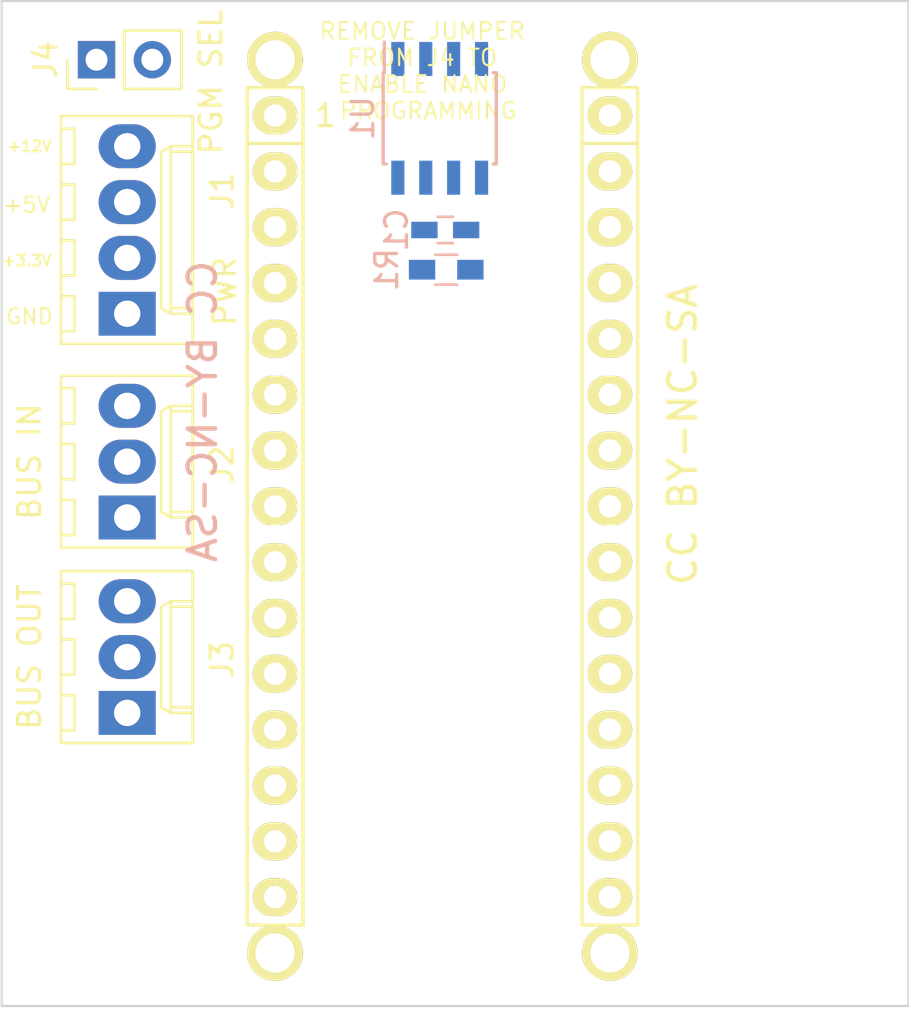
<source format=kicad_pcb>
(kicad_pcb (version 20171130) (host pcbnew "(5.0.0)")

  (general
    (thickness 1.6)
    (drawings 26)
    (tracks 4)
    (zones 0)
    (modules 13)
    (nets 33)
  )

  (page USLetter)
  (title_block
    (title "ABSIS NANO GENERAL I/O")
    (date 2017-12-26)
    (rev -)
    (company "F/A-18C SIMPIT")
    (comment 1 "JOHN STEENSEN")
  )

  (layers
    (0 F.Cu signal)
    (31 B.Cu signal)
    (32 B.Adhes user)
    (33 F.Adhes user)
    (34 B.Paste user)
    (35 F.Paste user)
    (36 B.SilkS user)
    (37 F.SilkS user)
    (38 B.Mask user)
    (39 F.Mask user)
    (40 Dwgs.User user)
    (41 Cmts.User user)
    (42 Eco1.User user)
    (43 Eco2.User user)
    (44 Edge.Cuts user)
    (45 Margin user)
    (46 B.CrtYd user)
    (47 F.CrtYd user)
    (48 B.Fab user)
    (49 F.Fab user)
  )

  (setup
    (last_trace_width 0.2286)
    (trace_clearance 0.1778)
    (zone_clearance 0.508)
    (zone_45_only no)
    (trace_min 0.1524)
    (segment_width 0.15)
    (edge_width 0.1)
    (via_size 0.6)
    (via_drill 0.4)
    (via_min_size 0.4)
    (via_min_drill 0.31)
    (blind_buried_vias_allowed yes)
    (uvia_size 0.3)
    (uvia_drill 0.1)
    (uvias_allowed no)
    (uvia_min_size 0.2)
    (uvia_min_drill 0.1)
    (pcb_text_width 0.3)
    (pcb_text_size 1.5 1.5)
    (mod_edge_width 0.15)
    (mod_text_size 1 1)
    (mod_text_width 0.15)
    (pad_size 1.5 1.5)
    (pad_drill 0.6)
    (pad_to_mask_clearance 0)
    (aux_axis_origin 127 111.76)
    (grid_origin 127 111.76)
    (visible_elements 7FFFFFFF)
    (pcbplotparams
      (layerselection 0x010f0_80000001)
      (usegerberextensions false)
      (usegerberattributes false)
      (usegerberadvancedattributes false)
      (creategerberjobfile false)
      (excludeedgelayer true)
      (linewidth 0.100000)
      (plotframeref false)
      (viasonmask false)
      (mode 1)
      (useauxorigin false)
      (hpglpennumber 1)
      (hpglpenspeed 20)
      (hpglpendiameter 15.000000)
      (psnegative false)
      (psa4output false)
      (plotreference true)
      (plotvalue true)
      (plotinvisibletext false)
      (padsonsilk false)
      (subtractmaskfromsilk false)
      (outputformat 1)
      (mirror false)
      (drillshape 0)
      (scaleselection 1)
      (outputdirectory "D:/CAD/GrabCAD/F_A-18C Simulator/CAD/ECAD/ABSIS/NANO IO/gerbers"))
  )

  (net 0 "")
  (net 1 "/1(Tx)")
  (net 2 "/0(Rx)")
  (net 3 GND)
  (net 4 /2)
  (net 5 +5V)
  (net 6 +3V3)
  (net 7 +12V)
  (net 8 "Net-(J2-Pad1)")
  (net 9 "Net-(J2-Pad3)")
  (net 10 /RX_ENABLE)
  (net 11 "Net-(P1-Pad3)")
  (net 12 "/3(**)")
  (net 13 /4)
  (net 14 "/5(**)")
  (net 15 "/6(**)")
  (net 16 /7)
  (net 17 /8)
  (net 18 "/9(**)")
  (net 19 "/10(**/SS)")
  (net 20 "/11(**/MOSI)")
  (net 21 "/12(MISO)")
  (net 22 "Net-(P2-Pad3)")
  (net 23 /A7)
  (net 24 /A6)
  (net 25 /A5)
  (net 26 /A4)
  (net 27 /A3)
  (net 28 /A2)
  (net 29 /A1)
  (net 30 /A0)
  (net 31 /AREF)
  (net 32 "/13(SCK)")

  (net_class Default "This is the default net class."
    (clearance 0.1778)
    (trace_width 0.2286)
    (via_dia 0.6)
    (via_drill 0.4)
    (uvia_dia 0.3)
    (uvia_drill 0.1)
    (add_net "/10(**/SS)")
    (add_net "/11(**/MOSI)")
    (add_net "/12(MISO)")
    (add_net "/13(SCK)")
    (add_net "/3(**)")
    (add_net /4)
    (add_net "/5(**)")
    (add_net "/6(**)")
    (add_net /7)
    (add_net /8)
    (add_net "/9(**)")
    (add_net /A0)
    (add_net /A1)
    (add_net /A2)
    (add_net /A3)
    (add_net /A4)
    (add_net /A5)
    (add_net /A6)
    (add_net /A7)
    (add_net /AREF)
    (add_net GND)
    (add_net "Net-(J2-Pad1)")
    (add_net "Net-(J2-Pad3)")
    (add_net "Net-(P1-Pad3)")
    (add_net "Net-(P2-Pad3)")
  )

  (net_class control ""
    (clearance 0.1778)
    (trace_width 0.2286)
    (via_dia 0.6)
    (via_drill 0.4)
    (uvia_dia 0.3)
    (uvia_drill 0.1)
    (add_net "/0(Rx)")
    (add_net "/1(Tx)")
    (add_net /2)
    (add_net /RX_ENABLE)
  )

  (net_class pwr12v ""
    (clearance 0.2032)
    (trace_width 0.762)
    (via_dia 0.6)
    (via_drill 0.4)
    (uvia_dia 0.3)
    (uvia_drill 0.1)
    (add_net +12V)
  )

  (net_class pwr3.3v ""
    (clearance 0.2032)
    (trace_width 0.3048)
    (via_dia 0.6)
    (via_drill 0.4)
    (uvia_dia 0.3)
    (uvia_drill 0.1)
    (add_net +3V3)
  )

  (net_class pwr5v ""
    (clearance 0.2032)
    (trace_width 0.2286)
    (via_dia 0.6)
    (via_drill 0.4)
    (uvia_dia 0.3)
    (uvia_drill 0.1)
    (add_net +5V)
  )

  (net_class signal ""
    (clearance 0.1778)
    (trace_width 0.1524)
    (via_dia 0.6)
    (via_drill 0.4)
    (uvia_dia 0.3)
    (uvia_drill 0.1)
  )

  (module Pin_Headers:Pin_Header_Straight_1x02_Pitch2.54mm (layer F.Cu) (tedit 5A42BF98) (tstamp 5A3C25F8)
    (at 131.318 68.707 90)
    (descr "Through hole straight pin header, 1x02, 2.54mm pitch, single row")
    (tags "Through hole pin header THT 1x02 2.54mm single row")
    (path /5A3BF1D8)
    (fp_text reference J4 (at 0 -2.33 90) (layer F.SilkS)
      (effects (font (size 1 1) (thickness 0.15)))
    )
    (fp_text value "PGM SEL" (at -1.016 5.207 90) (layer F.SilkS)
      (effects (font (size 1 1) (thickness 0.15)))
    )
    (fp_line (start -0.635 -1.27) (end 1.27 -1.27) (layer F.Fab) (width 0.1))
    (fp_line (start 1.27 -1.27) (end 1.27 3.81) (layer F.Fab) (width 0.1))
    (fp_line (start 1.27 3.81) (end -1.27 3.81) (layer F.Fab) (width 0.1))
    (fp_line (start -1.27 3.81) (end -1.27 -0.635) (layer F.Fab) (width 0.1))
    (fp_line (start -1.27 -0.635) (end -0.635 -1.27) (layer F.Fab) (width 0.1))
    (fp_line (start -1.33 3.87) (end 1.33 3.87) (layer F.SilkS) (width 0.12))
    (fp_line (start -1.33 1.27) (end -1.33 3.87) (layer F.SilkS) (width 0.12))
    (fp_line (start 1.33 1.27) (end 1.33 3.87) (layer F.SilkS) (width 0.12))
    (fp_line (start -1.33 1.27) (end 1.33 1.27) (layer F.SilkS) (width 0.12))
    (fp_line (start -1.33 0) (end -1.33 -1.33) (layer F.SilkS) (width 0.12))
    (fp_line (start -1.33 -1.33) (end 0 -1.33) (layer F.SilkS) (width 0.12))
    (fp_line (start -1.8 -1.8) (end -1.8 4.35) (layer F.CrtYd) (width 0.05))
    (fp_line (start -1.8 4.35) (end 1.8 4.35) (layer F.CrtYd) (width 0.05))
    (fp_line (start 1.8 4.35) (end 1.8 -1.8) (layer F.CrtYd) (width 0.05))
    (fp_line (start 1.8 -1.8) (end -1.8 -1.8) (layer F.CrtYd) (width 0.05))
    (fp_text user %R (at 0 1.27 270) (layer F.Fab)
      (effects (font (size 1 1) (thickness 0.15)))
    )
    (pad 1 thru_hole rect (at 0 0 90) (size 1.7 1.7) (drill 1) (layers *.Cu *.Mask)
      (net 10 /RX_ENABLE))
    (pad 2 thru_hole oval (at 0 2.54 90) (size 1.7 1.7) (drill 1) (layers *.Cu *.Mask)
      (net 2 "/0(Rx)"))
    (model ${KISYS3DMOD}/Pin_Headers.3dshapes/Pin_Header_Straight_1x02_Pitch2.54mm.wrl
      (at (xyz 0 0 0))
      (scale (xyz 1 1 1))
      (rotate (xyz 0 0 0))
    )
  )

  (module Connectors_Molex:Molex_KK-6410-04_04x2.54mm_Straight (layer F.Cu) (tedit 5A42B985) (tstamp 5A3C25E4)
    (at 132.715 80.264 90)
    (descr "Connector Headers with Friction Lock, 22-27-2041, http://www.molex.com/pdm_docs/sd/022272021_sd.pdf")
    (tags "connector molex kk_6410 22-27-2041")
    (path /5A3BE8B0)
    (fp_text reference J1 (at 5.588 4.318 270) (layer F.SilkS)
      (effects (font (size 1 1) (thickness 0.15)))
    )
    (fp_text value PWR (at 1.016 4.445 270) (layer F.SilkS)
      (effects (font (size 1 1) (thickness 0.15)))
    )
    (fp_line (start -1.47 -3.12) (end -1.47 3.08) (layer F.Fab) (width 0.12))
    (fp_line (start -1.47 3.08) (end 9.09 3.08) (layer F.Fab) (width 0.12))
    (fp_line (start 9.09 3.08) (end 9.09 -3.12) (layer F.Fab) (width 0.12))
    (fp_line (start 9.09 -3.12) (end -1.47 -3.12) (layer F.Fab) (width 0.12))
    (fp_line (start -1.37 -3.02) (end -1.37 2.98) (layer F.SilkS) (width 0.12))
    (fp_line (start -1.37 2.98) (end 8.99 2.98) (layer F.SilkS) (width 0.12))
    (fp_line (start 8.99 2.98) (end 8.99 -3.02) (layer F.SilkS) (width 0.12))
    (fp_line (start 8.99 -3.02) (end -1.37 -3.02) (layer F.SilkS) (width 0.12))
    (fp_line (start 0 2.98) (end 0 1.98) (layer F.SilkS) (width 0.12))
    (fp_line (start 0 1.98) (end 7.62 1.98) (layer F.SilkS) (width 0.12))
    (fp_line (start 7.62 1.98) (end 7.62 2.98) (layer F.SilkS) (width 0.12))
    (fp_line (start 0 1.98) (end 0.25 1.55) (layer F.SilkS) (width 0.12))
    (fp_line (start 0.25 1.55) (end 7.37 1.55) (layer F.SilkS) (width 0.12))
    (fp_line (start 7.37 1.55) (end 7.62 1.98) (layer F.SilkS) (width 0.12))
    (fp_line (start 0.25 2.98) (end 0.25 1.98) (layer F.SilkS) (width 0.12))
    (fp_line (start 7.37 2.98) (end 7.37 1.98) (layer F.SilkS) (width 0.12))
    (fp_line (start -0.8 -3.02) (end -0.8 -2.4) (layer F.SilkS) (width 0.12))
    (fp_line (start -0.8 -2.4) (end 0.8 -2.4) (layer F.SilkS) (width 0.12))
    (fp_line (start 0.8 -2.4) (end 0.8 -3.02) (layer F.SilkS) (width 0.12))
    (fp_line (start 1.74 -3.02) (end 1.74 -2.4) (layer F.SilkS) (width 0.12))
    (fp_line (start 1.74 -2.4) (end 3.34 -2.4) (layer F.SilkS) (width 0.12))
    (fp_line (start 3.34 -2.4) (end 3.34 -3.02) (layer F.SilkS) (width 0.12))
    (fp_line (start 4.28 -3.02) (end 4.28 -2.4) (layer F.SilkS) (width 0.12))
    (fp_line (start 4.28 -2.4) (end 5.88 -2.4) (layer F.SilkS) (width 0.12))
    (fp_line (start 5.88 -2.4) (end 5.88 -3.02) (layer F.SilkS) (width 0.12))
    (fp_line (start 6.82 -3.02) (end 6.82 -2.4) (layer F.SilkS) (width 0.12))
    (fp_line (start 6.82 -2.4) (end 8.42 -2.4) (layer F.SilkS) (width 0.12))
    (fp_line (start 8.42 -2.4) (end 8.42 -3.02) (layer F.SilkS) (width 0.12))
    (fp_line (start -1.9 3.5) (end -1.9 -3.55) (layer F.CrtYd) (width 0.05))
    (fp_line (start -1.9 -3.55) (end 9.5 -3.55) (layer F.CrtYd) (width 0.05))
    (fp_line (start 9.5 -3.55) (end 9.5 3.5) (layer F.CrtYd) (width 0.05))
    (fp_line (start 9.5 3.5) (end -1.9 3.5) (layer F.CrtYd) (width 0.05))
    (fp_text user %R (at 3.81 0 90) (layer F.Fab)
      (effects (font (size 1 1) (thickness 0.15)))
    )
    (pad 1 thru_hole rect (at 0 0 90) (size 2 2.6) (drill 1.2) (layers *.Cu *.Mask)
      (net 3 GND))
    (pad 2 thru_hole oval (at 2.54 0 90) (size 2 2.6) (drill 1.2) (layers *.Cu *.Mask)
      (net 6 +3V3))
    (pad 3 thru_hole oval (at 5.08 0 90) (size 2 2.6) (drill 1.2) (layers *.Cu *.Mask)
      (net 5 +5V))
    (pad 4 thru_hole oval (at 7.62 0 90) (size 2 2.6) (drill 1.2) (layers *.Cu *.Mask)
      (net 7 +12V))
    (model ${KISYS3DMOD}/Connectors_Molex.3dshapes/Molex_KK-6410-04_04x2.54mm_Straight.wrl
      (at (xyz 0 0 0))
      (scale (xyz 1 1 1))
      (rotate (xyz 0 0 0))
    )
  )

  (module Socket_Arduino_Nano:Socket_Strip_Arduino_1x15 locked (layer F.Cu) (tedit 5A42BC5D) (tstamp 551FC9D0)
    (at 139.446 71.247 270)
    (descr "Through hole socket strip")
    (tags "socket strip")
    (path /56D73FAC)
    (fp_text reference P1 (at 16.383 -2.54 270) (layer Dwgs.User)
      (effects (font (size 1 1) (thickness 0.15)))
    )
    (fp_text value Digital (at 20.193 -2.54 270) (layer F.Fab)
      (effects (font (size 1 1) (thickness 0.15)))
    )
    (fp_line (start 1.27 -1.27) (end -1.27 -1.27) (layer F.SilkS) (width 0.15))
    (fp_line (start -1.27 -1.27) (end -1.27 1.27) (layer F.SilkS) (width 0.15))
    (fp_line (start -1.27 1.27) (end 1.27 1.27) (layer F.SilkS) (width 0.15))
    (fp_line (start -1.75 -1.75) (end -1.75 1.75) (layer F.CrtYd) (width 0.05))
    (fp_line (start 37.35 -1.75) (end 37.35 1.75) (layer F.CrtYd) (width 0.05))
    (fp_line (start -1.75 -1.75) (end 37.35 -1.75) (layer F.CrtYd) (width 0.05))
    (fp_line (start -1.75 1.75) (end 37.35 1.75) (layer F.CrtYd) (width 0.05))
    (fp_line (start 1.27 -1.27) (end 36.83 -1.27) (layer F.SilkS) (width 0.15))
    (fp_line (start 36.83 -1.27) (end 36.83 1.27) (layer F.SilkS) (width 0.15))
    (fp_line (start 36.83 1.27) (end 1.27 1.27) (layer F.SilkS) (width 0.15))
    (fp_line (start 1.27 1.27) (end 1.27 -1.27) (layer F.SilkS) (width 0.15))
    (pad 1 thru_hole oval (at 0 0 270) (size 1.7272 2.032) (drill 1.016) (layers *.Cu *.Mask F.SilkS)
      (net 1 "/1(Tx)"))
    (pad 2 thru_hole oval (at 2.54 0 270) (size 1.7272 2.032) (drill 1.016) (layers *.Cu *.Mask F.SilkS)
      (net 2 "/0(Rx)"))
    (pad 3 thru_hole oval (at 5.08 0 270) (size 1.7272 2.032) (drill 1.016) (layers *.Cu *.Mask F.SilkS)
      (net 11 "Net-(P1-Pad3)"))
    (pad 4 thru_hole oval (at 7.62 0 270) (size 1.7272 2.032) (drill 1.016) (layers *.Cu *.Mask F.SilkS)
      (net 3 GND))
    (pad 5 thru_hole oval (at 10.16 0 270) (size 1.7272 2.032) (drill 1.016) (layers *.Cu *.Mask F.SilkS)
      (net 4 /2))
    (pad 6 thru_hole oval (at 12.7 0 270) (size 1.7272 2.032) (drill 1.016) (layers *.Cu *.Mask F.SilkS)
      (net 12 "/3(**)"))
    (pad 7 thru_hole oval (at 15.24 0 270) (size 1.7272 2.032) (drill 1.016) (layers *.Cu *.Mask F.SilkS)
      (net 13 /4))
    (pad 8 thru_hole oval (at 17.78 0 270) (size 1.7272 2.032) (drill 1.016) (layers *.Cu *.Mask F.SilkS)
      (net 14 "/5(**)"))
    (pad 9 thru_hole oval (at 20.32 0 270) (size 1.7272 2.032) (drill 1.016) (layers *.Cu *.Mask F.SilkS)
      (net 15 "/6(**)"))
    (pad 10 thru_hole oval (at 22.86 0 270) (size 1.7272 2.032) (drill 1.016) (layers *.Cu *.Mask F.SilkS)
      (net 16 /7))
    (pad 11 thru_hole oval (at 25.4 0 270) (size 1.7272 2.032) (drill 1.016) (layers *.Cu *.Mask F.SilkS)
      (net 17 /8))
    (pad 12 thru_hole oval (at 27.94 0 270) (size 1.7272 2.032) (drill 1.016) (layers *.Cu *.Mask F.SilkS)
      (net 18 "/9(**)"))
    (pad 13 thru_hole oval (at 30.48 0 270) (size 1.7272 2.032) (drill 1.016) (layers *.Cu *.Mask F.SilkS)
      (net 19 "/10(**/SS)"))
    (pad 14 thru_hole oval (at 33.02 0 270) (size 1.7272 2.032) (drill 1.016) (layers *.Cu *.Mask F.SilkS)
      (net 20 "/11(**/MOSI)"))
    (pad 15 thru_hole oval (at 35.56 0 270) (size 1.7272 2.032) (drill 1.016) (layers *.Cu *.Mask F.SilkS)
      (net 21 "/12(MISO)"))
    (model ${KIPRJMOD}/Socket_Arduino_Nano.3dshapes/Socket_header_Arduino_1x15.wrl
      (offset (xyz 17.77999973297119 0 0))
      (scale (xyz 1 1 1))
      (rotate (xyz 0 0 180))
    )
  )

  (module Socket_Arduino_Nano:Socket_Strip_Arduino_1x15 locked (layer F.Cu) (tedit 5A42BB2C) (tstamp 551FC9EE)
    (at 154.686 71.247 270)
    (descr "Through hole socket strip")
    (tags "socket strip")
    (path /56D740C7)
    (fp_text reference P2 (at 16.383 2.54 270) (layer Dwgs.User)
      (effects (font (size 1 1) (thickness 0.15)))
    )
    (fp_text value Analog (at 20.193 2.54 270) (layer F.Fab)
      (effects (font (size 1 1) (thickness 0.15)))
    )
    (fp_line (start 1.27 -1.27) (end -1.27 -1.27) (layer F.SilkS) (width 0.15))
    (fp_line (start -1.27 -1.27) (end -1.27 1.27) (layer F.SilkS) (width 0.15))
    (fp_line (start -1.27 1.27) (end 1.27 1.27) (layer F.SilkS) (width 0.15))
    (fp_line (start -1.75 -1.75) (end -1.75 1.75) (layer F.CrtYd) (width 0.05))
    (fp_line (start 37.35 -1.75) (end 37.35 1.75) (layer F.CrtYd) (width 0.05))
    (fp_line (start -1.75 -1.75) (end 37.35 -1.75) (layer F.CrtYd) (width 0.05))
    (fp_line (start -1.75 1.75) (end 37.35 1.75) (layer F.CrtYd) (width 0.05))
    (fp_line (start 1.27 -1.27) (end 36.83 -1.27) (layer F.SilkS) (width 0.15))
    (fp_line (start 36.83 -1.27) (end 36.83 1.27) (layer F.SilkS) (width 0.15))
    (fp_line (start 36.83 1.27) (end 1.27 1.27) (layer F.SilkS) (width 0.15))
    (fp_line (start 1.27 1.27) (end 1.27 -1.27) (layer F.SilkS) (width 0.15))
    (pad 1 thru_hole oval (at 0 0 270) (size 1.7272 2.032) (drill 1.016) (layers *.Cu *.Mask F.SilkS)
      (net 7 +12V))
    (pad 2 thru_hole oval (at 2.54 0 270) (size 1.7272 2.032) (drill 1.016) (layers *.Cu *.Mask F.SilkS)
      (net 3 GND))
    (pad 3 thru_hole oval (at 5.08 0 270) (size 1.7272 2.032) (drill 1.016) (layers *.Cu *.Mask F.SilkS)
      (net 22 "Net-(P2-Pad3)"))
    (pad 4 thru_hole oval (at 7.62 0 270) (size 1.7272 2.032) (drill 1.016) (layers *.Cu *.Mask F.SilkS)
      (net 5 +5V))
    (pad 5 thru_hole oval (at 10.16 0 270) (size 1.7272 2.032) (drill 1.016) (layers *.Cu *.Mask F.SilkS)
      (net 23 /A7))
    (pad 6 thru_hole oval (at 12.7 0 270) (size 1.7272 2.032) (drill 1.016) (layers *.Cu *.Mask F.SilkS)
      (net 24 /A6))
    (pad 7 thru_hole oval (at 15.24 0 270) (size 1.7272 2.032) (drill 1.016) (layers *.Cu *.Mask F.SilkS)
      (net 25 /A5))
    (pad 8 thru_hole oval (at 17.78 0 270) (size 1.7272 2.032) (drill 1.016) (layers *.Cu *.Mask F.SilkS)
      (net 26 /A4))
    (pad 9 thru_hole oval (at 20.32 0 270) (size 1.7272 2.032) (drill 1.016) (layers *.Cu *.Mask F.SilkS)
      (net 27 /A3))
    (pad 10 thru_hole oval (at 22.86 0 270) (size 1.7272 2.032) (drill 1.016) (layers *.Cu *.Mask F.SilkS)
      (net 28 /A2))
    (pad 11 thru_hole oval (at 25.4 0 270) (size 1.7272 2.032) (drill 1.016) (layers *.Cu *.Mask F.SilkS)
      (net 29 /A1))
    (pad 12 thru_hole oval (at 27.94 0 270) (size 1.7272 2.032) (drill 1.016) (layers *.Cu *.Mask F.SilkS)
      (net 30 /A0))
    (pad 13 thru_hole oval (at 30.48 0 270) (size 1.7272 2.032) (drill 1.016) (layers *.Cu *.Mask F.SilkS)
      (net 31 /AREF))
    (pad 14 thru_hole oval (at 33.02 0 270) (size 1.7272 2.032) (drill 1.016) (layers *.Cu *.Mask F.SilkS)
      (net 6 +3V3))
    (pad 15 thru_hole oval (at 35.56 0 270) (size 1.7272 2.032) (drill 1.016) (layers *.Cu *.Mask F.SilkS)
      (net 32 "/13(SCK)"))
    (model ${KIPRJMOD}/Socket_Arduino_Nano.3dshapes/Socket_header_Arduino_1x15.wrl
      (offset (xyz 17.77999973297119 0 0))
      (scale (xyz 1 1 1))
      (rotate (xyz 0 0 180))
    )
  )

  (module Socket_Arduino_Nano:1pin_Nano locked (layer F.Cu) (tedit 5521156E) (tstamp 55211553)
    (at 139.446 68.707)
    (descr "module 1 pin (ou trou mecanique de percage)")
    (tags DEV)
    (path /56D73ADD)
    (fp_text reference P3 (at 0 -2.032) (layer F.SilkS) hide
      (effects (font (size 1 1) (thickness 0.15)))
    )
    (fp_text value CONN_01X01 (at 0 2.032) (layer F.Fab) hide
      (effects (font (size 1 1) (thickness 0.15)))
    )
    (pad 1 thru_hole circle (at 0 0) (size 2.54 2.54) (drill 1.778) (layers *.Cu *.Mask F.SilkS))
  )

  (module Socket_Arduino_Nano:1pin_Nano locked (layer F.Cu) (tedit 55211594) (tstamp 55211558)
    (at 139.446 109.347)
    (descr "module 1 pin (ou trou mecanique de percage)")
    (tags DEV)
    (path /56D73D86)
    (fp_text reference P4 (at 0 -2.032) (layer F.SilkS) hide
      (effects (font (size 1 1) (thickness 0.15)))
    )
    (fp_text value CONN_01X01 (at 0 2.032) (layer F.Fab) hide
      (effects (font (size 1 1) (thickness 0.15)))
    )
    (pad 1 thru_hole circle (at 0 0) (size 2.54 2.54) (drill 1.778) (layers *.Cu *.Mask F.SilkS))
  )

  (module Socket_Arduino_Nano:1pin_Nano locked (layer F.Cu) (tedit 552115A5) (tstamp 5521155D)
    (at 154.686 109.347)
    (descr "module 1 pin (ou trou mecanique de percage)")
    (tags DEV)
    (path /56D73DAE)
    (fp_text reference P5 (at 0 -2.032) (layer F.SilkS) hide
      (effects (font (size 1 1) (thickness 0.15)))
    )
    (fp_text value CONN_01X01 (at 0 2.032) (layer F.Fab) hide
      (effects (font (size 1 1) (thickness 0.15)))
    )
    (pad 1 thru_hole circle (at 0 0) (size 2.54 2.54) (drill 1.778) (layers *.Cu *.Mask F.SilkS))
  )

  (module Socket_Arduino_Nano:1pin_Nano locked (layer F.Cu) (tedit 552115BD) (tstamp 55211562)
    (at 154.686 68.707)
    (descr "module 1 pin (ou trou mecanique de percage)")
    (tags DEV)
    (path /56D73DD9)
    (fp_text reference P6 (at 0 -2.032) (layer F.SilkS) hide
      (effects (font (size 1 1) (thickness 0.15)))
    )
    (fp_text value CONN_01X01 (at 0 2.032) (layer F.Fab) hide
      (effects (font (size 1 1) (thickness 0.15)))
    )
    (pad 1 thru_hole circle (at 0 0) (size 2.54 2.54) (drill 1.778) (layers *.Cu *.Mask F.SilkS))
  )

  (module Capacitors_SMD:C_0603_HandSoldering (layer B.Cu) (tedit 5A41AC56) (tstamp 5A3C25DC)
    (at 147.193 76.454)
    (descr "Capacitor SMD 0603, hand soldering")
    (tags "capacitor 0603")
    (path /5A3C0CA8)
    (attr smd)
    (fp_text reference C1 (at -2.225 0 90) (layer B.SilkS)
      (effects (font (size 1 1) (thickness 0.15)) (justify mirror))
    )
    (fp_text value 0.1uF (at 0 -1.5) (layer B.Fab)
      (effects (font (size 1 1) (thickness 0.15)) (justify mirror))
    )
    (fp_text user %R (at -2.225 0 270) (layer B.Fab)
      (effects (font (size 1 1) (thickness 0.15)) (justify mirror))
    )
    (fp_line (start -0.8 -0.4) (end -0.8 0.4) (layer B.Fab) (width 0.1))
    (fp_line (start 0.8 -0.4) (end -0.8 -0.4) (layer B.Fab) (width 0.1))
    (fp_line (start 0.8 0.4) (end 0.8 -0.4) (layer B.Fab) (width 0.1))
    (fp_line (start -0.8 0.4) (end 0.8 0.4) (layer B.Fab) (width 0.1))
    (fp_line (start -0.35 0.6) (end 0.35 0.6) (layer B.SilkS) (width 0.12))
    (fp_line (start 0.35 -0.6) (end -0.35 -0.6) (layer B.SilkS) (width 0.12))
    (fp_line (start -1.8 0.65) (end 1.8 0.65) (layer B.CrtYd) (width 0.05))
    (fp_line (start -1.8 0.65) (end -1.8 -0.65) (layer B.CrtYd) (width 0.05))
    (fp_line (start 1.8 -0.65) (end 1.8 0.65) (layer B.CrtYd) (width 0.05))
    (fp_line (start 1.8 -0.65) (end -1.8 -0.65) (layer B.CrtYd) (width 0.05))
    (pad 1 smd rect (at -0.95 0) (size 1.2 0.75) (layers B.Cu B.Paste B.Mask)
      (net 5 +5V))
    (pad 2 smd rect (at 0.95 0) (size 1.2 0.75) (layers B.Cu B.Paste B.Mask)
      (net 3 GND))
    (model Capacitors_SMD.3dshapes/C_0603.wrl
      (at (xyz 0 0 0))
      (scale (xyz 1 1 1))
      (rotate (xyz 0 0 0))
    )
  )

  (module Resistors_SMD:R_0603_HandSoldering (layer B.Cu) (tedit 58E0A804) (tstamp 5A3C2639)
    (at 147.236 78.26)
    (descr "Resistor SMD 0603, hand soldering")
    (tags "resistor 0603")
    (path /5A3C1A79)
    (attr smd)
    (fp_text reference R1 (at -2.71 0 270) (layer B.SilkS)
      (effects (font (size 1 1) (thickness 0.15)) (justify mirror))
    )
    (fp_text value 120 (at 0 -1.55) (layer B.Fab)
      (effects (font (size 1 1) (thickness 0.15)) (justify mirror))
    )
    (fp_text user %R (at 0 0) (layer F.Fab)
      (effects (font (size 0.4 0.4) (thickness 0.075)))
    )
    (fp_line (start -0.8 -0.4) (end -0.8 0.4) (layer B.Fab) (width 0.1))
    (fp_line (start 0.8 -0.4) (end -0.8 -0.4) (layer B.Fab) (width 0.1))
    (fp_line (start 0.8 0.4) (end 0.8 -0.4) (layer B.Fab) (width 0.1))
    (fp_line (start -0.8 0.4) (end 0.8 0.4) (layer B.Fab) (width 0.1))
    (fp_line (start 0.5 -0.68) (end -0.5 -0.68) (layer B.SilkS) (width 0.12))
    (fp_line (start -0.5 0.68) (end 0.5 0.68) (layer B.SilkS) (width 0.12))
    (fp_line (start -1.96 0.7) (end 1.95 0.7) (layer B.CrtYd) (width 0.05))
    (fp_line (start -1.96 0.7) (end -1.96 -0.7) (layer B.CrtYd) (width 0.05))
    (fp_line (start 1.95 -0.7) (end 1.95 0.7) (layer B.CrtYd) (width 0.05))
    (fp_line (start 1.95 -0.7) (end -1.96 -0.7) (layer B.CrtYd) (width 0.05))
    (pad 1 smd rect (at -1.1 0) (size 1.2 0.9) (layers B.Cu B.Paste B.Mask)
      (net 9 "Net-(J2-Pad3)"))
    (pad 2 smd rect (at 1.1 0) (size 1.2 0.9) (layers B.Cu B.Paste B.Mask)
      (net 8 "Net-(J2-Pad1)"))
    (model ${KISYS3DMOD}/Resistors_SMD.3dshapes/R_0603.wrl
      (at (xyz 0 0 0))
      (scale (xyz 1 1 1))
      (rotate (xyz 0 0 0))
    )
  )

  (module Housings_SOIC:SOIC-8_3.9x4.9mm_Pitch1.27mm (layer B.Cu) (tedit 58CD0CDA) (tstamp 5A3C2645)
    (at 146.939 71.374 270)
    (descr "8-Lead Plastic Small Outline (SN) - Narrow, 3.90 mm Body [SOIC] (see Microchip Packaging Specification 00000049BS.pdf)")
    (tags "SOIC 1.27")
    (path /5A3BEAE8)
    (attr smd)
    (fp_text reference U1 (at 0 3.5 270) (layer B.SilkS)
      (effects (font (size 1 1) (thickness 0.15)) (justify mirror))
    )
    (fp_text value MAX487EESA (at 0 -3.5 270) (layer B.Fab)
      (effects (font (size 1 1) (thickness 0.15)) (justify mirror))
    )
    (fp_text user %R (at 0 0 270) (layer B.Fab)
      (effects (font (size 1 1) (thickness 0.15)) (justify mirror))
    )
    (fp_line (start -0.95 2.45) (end 1.95 2.45) (layer B.Fab) (width 0.1))
    (fp_line (start 1.95 2.45) (end 1.95 -2.45) (layer B.Fab) (width 0.1))
    (fp_line (start 1.95 -2.45) (end -1.95 -2.45) (layer B.Fab) (width 0.1))
    (fp_line (start -1.95 -2.45) (end -1.95 1.45) (layer B.Fab) (width 0.1))
    (fp_line (start -1.95 1.45) (end -0.95 2.45) (layer B.Fab) (width 0.1))
    (fp_line (start -3.73 2.7) (end -3.73 -2.7) (layer B.CrtYd) (width 0.05))
    (fp_line (start 3.73 2.7) (end 3.73 -2.7) (layer B.CrtYd) (width 0.05))
    (fp_line (start -3.73 2.7) (end 3.73 2.7) (layer B.CrtYd) (width 0.05))
    (fp_line (start -3.73 -2.7) (end 3.73 -2.7) (layer B.CrtYd) (width 0.05))
    (fp_line (start -2.075 2.575) (end -2.075 2.525) (layer B.SilkS) (width 0.15))
    (fp_line (start 2.075 2.575) (end 2.075 2.43) (layer B.SilkS) (width 0.15))
    (fp_line (start 2.075 -2.575) (end 2.075 -2.43) (layer B.SilkS) (width 0.15))
    (fp_line (start -2.075 -2.575) (end -2.075 -2.43) (layer B.SilkS) (width 0.15))
    (fp_line (start -2.075 2.575) (end 2.075 2.575) (layer B.SilkS) (width 0.15))
    (fp_line (start -2.075 -2.575) (end 2.075 -2.575) (layer B.SilkS) (width 0.15))
    (fp_line (start -2.075 2.525) (end -3.475 2.525) (layer B.SilkS) (width 0.15))
    (pad 1 smd rect (at -2.7 1.905 270) (size 1.55 0.6) (layers B.Cu B.Paste B.Mask)
      (net 10 /RX_ENABLE))
    (pad 2 smd rect (at -2.7 0.635 270) (size 1.55 0.6) (layers B.Cu B.Paste B.Mask)
      (net 4 /2))
    (pad 3 smd rect (at -2.7 -0.635 270) (size 1.55 0.6) (layers B.Cu B.Paste B.Mask)
      (net 4 /2))
    (pad 4 smd rect (at -2.7 -1.905 270) (size 1.55 0.6) (layers B.Cu B.Paste B.Mask)
      (net 1 "/1(Tx)"))
    (pad 5 smd rect (at 2.7 -1.905 270) (size 1.55 0.6) (layers B.Cu B.Paste B.Mask)
      (net 3 GND))
    (pad 6 smd rect (at 2.7 -0.635 270) (size 1.55 0.6) (layers B.Cu B.Paste B.Mask)
      (net 8 "Net-(J2-Pad1)"))
    (pad 7 smd rect (at 2.7 0.635 270) (size 1.55 0.6) (layers B.Cu B.Paste B.Mask)
      (net 9 "Net-(J2-Pad3)"))
    (pad 8 smd rect (at 2.7 1.905 270) (size 1.55 0.6) (layers B.Cu B.Paste B.Mask)
      (net 5 +5V))
    (model ${KISYS3DMOD}/Housings_SOIC.3dshapes/SOIC-8_3.9x4.9mm_Pitch1.27mm.wrl
      (at (xyz 0 0 0))
      (scale (xyz 1 1 1))
      (rotate (xyz 0 0 0))
    )
  )

  (module Connectors_Molex:Molex_KK-6410-03_03x2.54mm_Straight (layer F.Cu) (tedit 5A42B881) (tstamp 5A3C2DEF)
    (at 132.715 89.535 90)
    (descr "Connector Headers with Friction Lock, 22-27-2031, http://www.molex.com/pdm_docs/sd/022272021_sd.pdf")
    (tags "connector molex kk_6410 22-27-2031")
    (path /5A3BEFC3)
    (fp_text reference J2 (at 2.413 4.318 270) (layer F.SilkS)
      (effects (font (size 1 1) (thickness 0.15)))
    )
    (fp_text value "BUS IN" (at 2.54 -4.445 90) (layer F.SilkS)
      (effects (font (size 1 1) (thickness 0.15)))
    )
    (fp_line (start -1.47 -3.12) (end -1.47 3.08) (layer F.Fab) (width 0.12))
    (fp_line (start -1.47 3.08) (end 6.55 3.08) (layer F.Fab) (width 0.12))
    (fp_line (start 6.55 3.08) (end 6.55 -3.12) (layer F.Fab) (width 0.12))
    (fp_line (start 6.55 -3.12) (end -1.47 -3.12) (layer F.Fab) (width 0.12))
    (fp_line (start -1.37 -3.02) (end -1.37 2.98) (layer F.SilkS) (width 0.12))
    (fp_line (start -1.37 2.98) (end 6.45 2.98) (layer F.SilkS) (width 0.12))
    (fp_line (start 6.45 2.98) (end 6.45 -3.02) (layer F.SilkS) (width 0.12))
    (fp_line (start 6.45 -3.02) (end -1.37 -3.02) (layer F.SilkS) (width 0.12))
    (fp_line (start 0 2.98) (end 0 1.98) (layer F.SilkS) (width 0.12))
    (fp_line (start 0 1.98) (end 5.08 1.98) (layer F.SilkS) (width 0.12))
    (fp_line (start 5.08 1.98) (end 5.08 2.98) (layer F.SilkS) (width 0.12))
    (fp_line (start 0 1.98) (end 0.25 1.55) (layer F.SilkS) (width 0.12))
    (fp_line (start 0.25 1.55) (end 4.83 1.55) (layer F.SilkS) (width 0.12))
    (fp_line (start 4.83 1.55) (end 5.08 1.98) (layer F.SilkS) (width 0.12))
    (fp_line (start 0.25 2.98) (end 0.25 1.98) (layer F.SilkS) (width 0.12))
    (fp_line (start 4.83 2.98) (end 4.83 1.98) (layer F.SilkS) (width 0.12))
    (fp_line (start -0.8 -3.02) (end -0.8 -2.4) (layer F.SilkS) (width 0.12))
    (fp_line (start -0.8 -2.4) (end 0.8 -2.4) (layer F.SilkS) (width 0.12))
    (fp_line (start 0.8 -2.4) (end 0.8 -3.02) (layer F.SilkS) (width 0.12))
    (fp_line (start 1.74 -3.02) (end 1.74 -2.4) (layer F.SilkS) (width 0.12))
    (fp_line (start 1.74 -2.4) (end 3.34 -2.4) (layer F.SilkS) (width 0.12))
    (fp_line (start 3.34 -2.4) (end 3.34 -3.02) (layer F.SilkS) (width 0.12))
    (fp_line (start 4.28 -3.02) (end 4.28 -2.4) (layer F.SilkS) (width 0.12))
    (fp_line (start 4.28 -2.4) (end 5.88 -2.4) (layer F.SilkS) (width 0.12))
    (fp_line (start 5.88 -2.4) (end 5.88 -3.02) (layer F.SilkS) (width 0.12))
    (fp_line (start -1.9 3.5) (end -1.9 -3.55) (layer F.CrtYd) (width 0.05))
    (fp_line (start -1.9 -3.55) (end 7 -3.55) (layer F.CrtYd) (width 0.05))
    (fp_line (start 7 -3.55) (end 7 3.5) (layer F.CrtYd) (width 0.05))
    (fp_line (start 7 3.5) (end -1.9 3.5) (layer F.CrtYd) (width 0.05))
    (fp_text user %R (at 2.54 0 90) (layer F.Fab)
      (effects (font (size 1 1) (thickness 0.15)))
    )
    (pad 1 thru_hole rect (at 0 0 90) (size 2 2.6) (drill 1.2) (layers *.Cu *.Mask)
      (net 8 "Net-(J2-Pad1)"))
    (pad 2 thru_hole oval (at 2.54 0 90) (size 2 2.6) (drill 1.2) (layers *.Cu *.Mask)
      (net 3 GND))
    (pad 3 thru_hole oval (at 5.08 0 90) (size 2 2.6) (drill 1.2) (layers *.Cu *.Mask)
      (net 9 "Net-(J2-Pad3)"))
    (model ${KISYS3DMOD}/Connectors_Molex.3dshapes/Molex_KK-6410-03_03x2.54mm_Straight.wrl
      (at (xyz 0 0 0))
      (scale (xyz 1 1 1))
      (rotate (xyz 0 0 0))
    )
  )

  (module Connectors_Molex:Molex_KK-6410-03_03x2.54mm_Straight (layer F.Cu) (tedit 5A42B889) (tstamp 5A3C2DF6)
    (at 132.715 98.425 90)
    (descr "Connector Headers with Friction Lock, 22-27-2031, http://www.molex.com/pdm_docs/sd/022272021_sd.pdf")
    (tags "connector molex kk_6410 22-27-2031")
    (path /5A3BF1A3)
    (fp_text reference J3 (at 2.413 4.318 90) (layer F.SilkS)
      (effects (font (size 1 1) (thickness 0.15)))
    )
    (fp_text value "BUS OUT" (at 2.54 -4.445 90) (layer F.SilkS)
      (effects (font (size 1 1) (thickness 0.15)))
    )
    (fp_line (start -1.47 -3.12) (end -1.47 3.08) (layer F.Fab) (width 0.12))
    (fp_line (start -1.47 3.08) (end 6.55 3.08) (layer F.Fab) (width 0.12))
    (fp_line (start 6.55 3.08) (end 6.55 -3.12) (layer F.Fab) (width 0.12))
    (fp_line (start 6.55 -3.12) (end -1.47 -3.12) (layer F.Fab) (width 0.12))
    (fp_line (start -1.37 -3.02) (end -1.37 2.98) (layer F.SilkS) (width 0.12))
    (fp_line (start -1.37 2.98) (end 6.45 2.98) (layer F.SilkS) (width 0.12))
    (fp_line (start 6.45 2.98) (end 6.45 -3.02) (layer F.SilkS) (width 0.12))
    (fp_line (start 6.45 -3.02) (end -1.37 -3.02) (layer F.SilkS) (width 0.12))
    (fp_line (start 0 2.98) (end 0 1.98) (layer F.SilkS) (width 0.12))
    (fp_line (start 0 1.98) (end 5.08 1.98) (layer F.SilkS) (width 0.12))
    (fp_line (start 5.08 1.98) (end 5.08 2.98) (layer F.SilkS) (width 0.12))
    (fp_line (start 0 1.98) (end 0.25 1.55) (layer F.SilkS) (width 0.12))
    (fp_line (start 0.25 1.55) (end 4.83 1.55) (layer F.SilkS) (width 0.12))
    (fp_line (start 4.83 1.55) (end 5.08 1.98) (layer F.SilkS) (width 0.12))
    (fp_line (start 0.25 2.98) (end 0.25 1.98) (layer F.SilkS) (width 0.12))
    (fp_line (start 4.83 2.98) (end 4.83 1.98) (layer F.SilkS) (width 0.12))
    (fp_line (start -0.8 -3.02) (end -0.8 -2.4) (layer F.SilkS) (width 0.12))
    (fp_line (start -0.8 -2.4) (end 0.8 -2.4) (layer F.SilkS) (width 0.12))
    (fp_line (start 0.8 -2.4) (end 0.8 -3.02) (layer F.SilkS) (width 0.12))
    (fp_line (start 1.74 -3.02) (end 1.74 -2.4) (layer F.SilkS) (width 0.12))
    (fp_line (start 1.74 -2.4) (end 3.34 -2.4) (layer F.SilkS) (width 0.12))
    (fp_line (start 3.34 -2.4) (end 3.34 -3.02) (layer F.SilkS) (width 0.12))
    (fp_line (start 4.28 -3.02) (end 4.28 -2.4) (layer F.SilkS) (width 0.12))
    (fp_line (start 4.28 -2.4) (end 5.88 -2.4) (layer F.SilkS) (width 0.12))
    (fp_line (start 5.88 -2.4) (end 5.88 -3.02) (layer F.SilkS) (width 0.12))
    (fp_line (start -1.9 3.5) (end -1.9 -3.55) (layer F.CrtYd) (width 0.05))
    (fp_line (start -1.9 -3.55) (end 7 -3.55) (layer F.CrtYd) (width 0.05))
    (fp_line (start 7 -3.55) (end 7 3.5) (layer F.CrtYd) (width 0.05))
    (fp_line (start 7 3.5) (end -1.9 3.5) (layer F.CrtYd) (width 0.05))
    (fp_text user %R (at 2.54 0 90) (layer F.Fab)
      (effects (font (size 1 1) (thickness 0.15)))
    )
    (pad 1 thru_hole rect (at 0 0 90) (size 2 2.6) (drill 1.2) (layers *.Cu *.Mask)
      (net 8 "Net-(J2-Pad1)"))
    (pad 2 thru_hole oval (at 2.54 0 90) (size 2 2.6) (drill 1.2) (layers *.Cu *.Mask)
      (net 3 GND))
    (pad 3 thru_hole oval (at 5.08 0 90) (size 2 2.6) (drill 1.2) (layers *.Cu *.Mask)
      (net 9 "Net-(J2-Pad3)"))
    (model ${KISYS3DMOD}/Connectors_Molex.3dshapes/Molex_KK-6410-03_03x2.54mm_Straight.wrl
      (at (xyz 0 0 0))
      (scale (xyz 1 1 1))
      (rotate (xyz 0 0 0))
    )
  )

  (gr_text "CC BY-NC-SA" (at 136.144 84.709 90) (layer B.SilkS) (tstamp 5A42C1EF)
    (effects (font (size 1.25 1.25) (thickness 0.2)) (justify mirror))
  )
  (gr_text "REMOVE JUMPER \nFROM J4 TO \nENABLE NANO \nPROGRAMMING" (at 146.431 69.215) (layer F.SilkS)
    (effects (font (size 0.75 0.75) (thickness 0.1)))
  )
  (gr_text "CC BY-NC-SA" (at 158 85.76 90) (layer F.SilkS) (tstamp 5A42BE1A)
    (effects (font (size 1.25 1.25) (thickness 0.2)))
  )
  (gr_text GND (at 128.27 80.391) (layer F.SilkS) (tstamp 5A42BD9C)
    (effects (font (size 0.7 0.7) (thickness 0.1)))
  )
  (gr_text +3.3V (at 128.143 77.851) (layer F.SilkS) (tstamp 5A42BD98)
    (effects (font (size 0.5 0.5) (thickness 0.1)))
  )
  (gr_text +5V (at 128.143 75.311) (layer F.SilkS) (tstamp 5A42BD95)
    (effects (font (size 0.7 0.7) (thickness 0.1)))
  )
  (gr_text +12V (at 128.27 72.644) (layer F.SilkS) (tstamp 5A42BD86)
    (effects (font (size 0.5 0.5) (thickness 0.1)))
  )
  (gr_line (start 168.275 66.04) (end 168.275 111.76) (layer Edge.Cuts) (width 0.1))
  (gr_text 1 (at 141.732 71.247) (layer F.SilkS)
    (effects (font (size 1 1) (thickness 0.15)))
  )
  (gr_line (start 150.622 112.522) (end 150.622 110.617) (angle 90) (layer Dwgs.User) (width 0.15))
  (gr_line (start 150.622 102.997) (end 150.622 110.617) (angle 90) (layer Dwgs.User) (width 0.15))
  (gr_line (start 143.51 102.997) (end 150.622 102.997) (angle 90) (layer Dwgs.User) (width 0.15))
  (gr_line (start 143.51 110.617) (end 143.51 102.997) (angle 90) (layer Dwgs.User) (width 0.15))
  (gr_line (start 143.51 112.522) (end 150.622 112.522) (angle 90) (layer Dwgs.User) (width 0.15))
  (gr_line (start 143.51 110.617) (end 143.51 112.522) (angle 90) (layer Dwgs.User) (width 0.15))
  (gr_line (start 145.542 87.757) (end 145.542 85.217) (angle 90) (layer Dwgs.User) (width 0.15))
  (gr_line (start 149.479 87.757) (end 145.542 87.757) (angle 90) (layer Dwgs.User) (width 0.15))
  (gr_line (start 145.542 85.217) (end 149.479 85.217) (angle 90) (layer Dwgs.User) (width 0.15))
  (gr_circle (center 147.574 86.487) (end 146.812 86.487) (layer Dwgs.User) (width 0.15))
  (gr_line (start 150.876 67.437) (end 143.256 67.437) (angle 90) (layer Dwgs.User) (width 0.15))
  (gr_line (start 150.876 72.517) (end 150.876 67.437) (angle 90) (layer Dwgs.User) (width 0.15))
  (gr_line (start 143.256 72.517) (end 150.876 72.517) (angle 90) (layer Dwgs.User) (width 0.15))
  (gr_line (start 143.256 67.437) (end 143.256 72.517) (angle 90) (layer Dwgs.User) (width 0.15))
  (gr_line (start 127 66.04) (end 127 111.76) (angle 90) (layer Edge.Cuts) (width 0.1))
  (gr_line (start 168.275 66.04) (end 127 66.04) (angle 90) (layer Edge.Cuts) (width 0.1))
  (gr_line (start 127 111.76) (end 168.275 111.76) (angle 90) (layer Edge.Cuts) (width 0.1))

  (segment (start 154.686 81.407) (end 154.8384 81.407) (width 0.2286) (layer F.Cu) (net 23))
  (segment (start 154.686 83.947) (end 154.8384 83.947) (width 0.2286) (layer F.Cu) (net 24))
  (segment (start 154.5336 106.807) (end 154.686 106.807) (width 0.2286) (layer B.Cu) (net 32))
  (segment (start 154.5336 104.267) (end 154.686 104.267) (width 0.3048) (layer F.Cu) (net 6))

)

</source>
